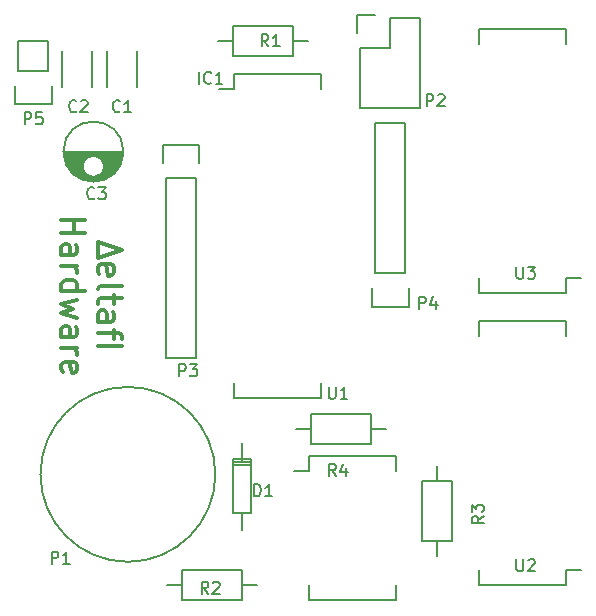
<source format=gto>
G04 #@! TF.FileFunction,Legend,Top*
%FSLAX46Y46*%
G04 Gerber Fmt 4.6, Leading zero omitted, Abs format (unit mm)*
G04 Created by KiCad (PCBNEW 4.0.1-stable) date Monday, January 11, 2016 'pmt' 06:27:43 pm*
%MOMM*%
G01*
G04 APERTURE LIST*
%ADD10C,0.100000*%
%ADD11C,0.300000*%
%ADD12C,0.150000*%
G04 APERTURE END LIST*
D10*
D11*
X34300238Y-51943571D02*
X36300238Y-52610238D01*
X34300238Y-53276905D01*
X34300238Y-51943571D01*
X34395476Y-54705476D02*
X34300238Y-54515000D01*
X34300238Y-54134048D01*
X34395476Y-53943571D01*
X34585952Y-53848333D01*
X35347857Y-53848333D01*
X35538333Y-53943571D01*
X35633571Y-54134048D01*
X35633571Y-54515000D01*
X35538333Y-54705476D01*
X35347857Y-54800714D01*
X35157381Y-54800714D01*
X34966905Y-53848333D01*
X34300238Y-55943572D02*
X34395476Y-55753096D01*
X34585952Y-55657857D01*
X36300238Y-55657857D01*
X35633571Y-56419762D02*
X35633571Y-57181667D01*
X36300238Y-56705476D02*
X34585952Y-56705476D01*
X34395476Y-56800715D01*
X34300238Y-56991191D01*
X34300238Y-57181667D01*
X34300238Y-58705476D02*
X35347857Y-58705476D01*
X35538333Y-58610238D01*
X35633571Y-58419762D01*
X35633571Y-58038810D01*
X35538333Y-57848333D01*
X34395476Y-58705476D02*
X34300238Y-58515000D01*
X34300238Y-58038810D01*
X34395476Y-57848333D01*
X34585952Y-57753095D01*
X34776429Y-57753095D01*
X34966905Y-57848333D01*
X35062143Y-58038810D01*
X35062143Y-58515000D01*
X35157381Y-58705476D01*
X35633571Y-59372143D02*
X35633571Y-60134048D01*
X34300238Y-59657857D02*
X36014524Y-59657857D01*
X36205000Y-59753096D01*
X36300238Y-59943572D01*
X36300238Y-60134048D01*
X34300238Y-60800714D02*
X36300238Y-60800714D01*
X31200238Y-50086428D02*
X33200238Y-50086428D01*
X32247857Y-50086428D02*
X32247857Y-51229286D01*
X31200238Y-51229286D02*
X33200238Y-51229286D01*
X31200238Y-53038809D02*
X32247857Y-53038809D01*
X32438333Y-52943571D01*
X32533571Y-52753095D01*
X32533571Y-52372143D01*
X32438333Y-52181666D01*
X31295476Y-53038809D02*
X31200238Y-52848333D01*
X31200238Y-52372143D01*
X31295476Y-52181666D01*
X31485952Y-52086428D01*
X31676429Y-52086428D01*
X31866905Y-52181666D01*
X31962143Y-52372143D01*
X31962143Y-52848333D01*
X32057381Y-53038809D01*
X31200238Y-53991190D02*
X32533571Y-53991190D01*
X32152619Y-53991190D02*
X32343095Y-54086429D01*
X32438333Y-54181667D01*
X32533571Y-54372143D01*
X32533571Y-54562619D01*
X31200238Y-56086428D02*
X33200238Y-56086428D01*
X31295476Y-56086428D02*
X31200238Y-55895952D01*
X31200238Y-55515000D01*
X31295476Y-55324524D01*
X31390714Y-55229285D01*
X31581190Y-55134047D01*
X32152619Y-55134047D01*
X32343095Y-55229285D01*
X32438333Y-55324524D01*
X32533571Y-55515000D01*
X32533571Y-55895952D01*
X32438333Y-56086428D01*
X32533571Y-56848333D02*
X31200238Y-57229286D01*
X32152619Y-57610238D01*
X31200238Y-57991190D01*
X32533571Y-58372143D01*
X31200238Y-59991190D02*
X32247857Y-59991190D01*
X32438333Y-59895952D01*
X32533571Y-59705476D01*
X32533571Y-59324524D01*
X32438333Y-59134047D01*
X31295476Y-59991190D02*
X31200238Y-59800714D01*
X31200238Y-59324524D01*
X31295476Y-59134047D01*
X31485952Y-59038809D01*
X31676429Y-59038809D01*
X31866905Y-59134047D01*
X31962143Y-59324524D01*
X31962143Y-59800714D01*
X32057381Y-59991190D01*
X31200238Y-60943571D02*
X32533571Y-60943571D01*
X32152619Y-60943571D02*
X32343095Y-61038810D01*
X32438333Y-61134048D01*
X32533571Y-61324524D01*
X32533571Y-61515000D01*
X31295476Y-62943571D02*
X31200238Y-62753095D01*
X31200238Y-62372143D01*
X31295476Y-62181666D01*
X31485952Y-62086428D01*
X32247857Y-62086428D01*
X32438333Y-62181666D01*
X32533571Y-62372143D01*
X32533571Y-62753095D01*
X32438333Y-62943571D01*
X32247857Y-63038809D01*
X32057381Y-63038809D01*
X31866905Y-62086428D01*
D12*
X37572000Y-35818000D02*
X37572000Y-38818000D01*
X35072000Y-38818000D02*
X35072000Y-35818000D01*
X33762000Y-35818000D02*
X33762000Y-38818000D01*
X31262000Y-38818000D02*
X31262000Y-35818000D01*
X46484540Y-74930520D02*
X46484540Y-76327520D01*
X46484540Y-70485520D02*
X46484540Y-68961520D01*
X47246540Y-70866520D02*
X45722540Y-70866520D01*
X47246540Y-70612520D02*
X45722540Y-70612520D01*
X46484540Y-70358520D02*
X45722540Y-70358520D01*
X45722540Y-70358520D02*
X45722540Y-74930520D01*
X45722540Y-74930520D02*
X47246540Y-74930520D01*
X47246540Y-74930520D02*
X47246540Y-70358520D01*
X47246540Y-70358520D02*
X46484540Y-70358520D01*
X45855000Y-37710000D02*
X45855000Y-38980000D01*
X53205000Y-37710000D02*
X53205000Y-38980000D01*
X53205000Y-65160000D02*
X53205000Y-63890000D01*
X45855000Y-65160000D02*
X45855000Y-63890000D01*
X45855000Y-37710000D02*
X53205000Y-37710000D01*
X45855000Y-65160000D02*
X53205000Y-65160000D01*
X45855000Y-38980000D02*
X44570000Y-38980000D01*
X44235309Y-71628000D02*
G75*
G03X44235309Y-71628000I-7405309J0D01*
G01*
X56515000Y-35560000D02*
X56515000Y-40640000D01*
X56235000Y-32740000D02*
X57785000Y-32740000D01*
X59055000Y-33020000D02*
X59055000Y-35560000D01*
X59055000Y-35560000D02*
X56515000Y-35560000D01*
X56515000Y-40640000D02*
X61595000Y-40640000D01*
X61595000Y-40640000D02*
X61595000Y-35560000D01*
X56235000Y-32740000D02*
X56235000Y-34290000D01*
X61595000Y-33020000D02*
X59055000Y-33020000D01*
X61595000Y-35560000D02*
X61595000Y-33020000D01*
X42608500Y-46545500D02*
X42608500Y-61785500D01*
X42608500Y-61785500D02*
X40068500Y-61785500D01*
X40068500Y-61785500D02*
X40068500Y-46545500D01*
X42888500Y-43725500D02*
X42888500Y-45275500D01*
X42608500Y-46545500D02*
X40068500Y-46545500D01*
X39788500Y-45275500D02*
X39788500Y-43725500D01*
X39788500Y-43725500D02*
X42888500Y-43725500D01*
X57785000Y-54610000D02*
X57785000Y-41910000D01*
X57785000Y-41910000D02*
X60325000Y-41910000D01*
X60325000Y-41910000D02*
X60325000Y-54610000D01*
X57505000Y-57430000D02*
X57505000Y-55880000D01*
X57785000Y-54610000D02*
X60325000Y-54610000D01*
X60605000Y-55880000D02*
X60605000Y-57430000D01*
X60605000Y-57430000D02*
X57505000Y-57430000D01*
X27559000Y-37465000D02*
X27559000Y-34925000D01*
X27279000Y-40285000D02*
X27279000Y-38735000D01*
X27559000Y-37465000D02*
X30099000Y-37465000D01*
X30379000Y-38735000D02*
X30379000Y-40285000D01*
X30379000Y-40285000D02*
X27279000Y-40285000D01*
X30099000Y-37465000D02*
X30099000Y-34925000D01*
X30099000Y-34925000D02*
X27559000Y-34925000D01*
X50800000Y-36195000D02*
X45720000Y-36195000D01*
X45720000Y-36195000D02*
X45720000Y-33655000D01*
X45720000Y-33655000D02*
X50800000Y-33655000D01*
X50800000Y-33655000D02*
X50800000Y-36195000D01*
X50800000Y-34925000D02*
X52070000Y-34925000D01*
X45720000Y-34925000D02*
X44450000Y-34925000D01*
X46482000Y-82296000D02*
X41402000Y-82296000D01*
X41402000Y-82296000D02*
X41402000Y-79756000D01*
X41402000Y-79756000D02*
X46482000Y-79756000D01*
X46482000Y-79756000D02*
X46482000Y-82296000D01*
X46482000Y-81026000D02*
X47752000Y-81026000D01*
X41402000Y-81026000D02*
X40132000Y-81026000D01*
X64262000Y-72199500D02*
X64262000Y-77279500D01*
X64262000Y-77279500D02*
X61722000Y-77279500D01*
X61722000Y-77279500D02*
X61722000Y-72199500D01*
X61722000Y-72199500D02*
X64262000Y-72199500D01*
X62992000Y-72199500D02*
X62992000Y-70929500D01*
X62992000Y-77279500D02*
X62992000Y-78549500D01*
X57404000Y-69088000D02*
X52324000Y-69088000D01*
X52324000Y-69088000D02*
X52324000Y-66548000D01*
X52324000Y-66548000D02*
X57404000Y-66548000D01*
X57404000Y-66548000D02*
X57404000Y-69088000D01*
X57404000Y-67818000D02*
X58674000Y-67818000D01*
X52324000Y-67818000D02*
X51054000Y-67818000D01*
X52205000Y-70095000D02*
X52205000Y-71365000D01*
X59555000Y-70095000D02*
X59555000Y-71365000D01*
X59555000Y-82305000D02*
X59555000Y-81035000D01*
X52205000Y-82305000D02*
X52205000Y-81035000D01*
X52205000Y-70095000D02*
X59555000Y-70095000D01*
X52205000Y-82305000D02*
X59555000Y-82305000D01*
X52205000Y-71365000D02*
X50920000Y-71365000D01*
X73906000Y-81035000D02*
X73906000Y-79765000D01*
X66556000Y-81035000D02*
X66556000Y-79765000D01*
X66556000Y-58665000D02*
X66556000Y-59935000D01*
X73906000Y-58665000D02*
X73906000Y-59935000D01*
X73906000Y-81035000D02*
X66556000Y-81035000D01*
X73906000Y-58665000D02*
X66556000Y-58665000D01*
X73906000Y-79765000D02*
X75191000Y-79765000D01*
X73906000Y-56270000D02*
X73906000Y-55000000D01*
X66556000Y-56270000D02*
X66556000Y-55000000D01*
X66556000Y-33900000D02*
X66556000Y-35170000D01*
X73906000Y-33900000D02*
X73906000Y-35170000D01*
X73906000Y-56270000D02*
X66556000Y-56270000D01*
X73906000Y-33900000D02*
X66556000Y-33900000D01*
X73906000Y-55000000D02*
X75191000Y-55000000D01*
X36408000Y-44378000D02*
X31410000Y-44378000D01*
X36400000Y-44518000D02*
X31418000Y-44518000D01*
X36384000Y-44658000D02*
X34004000Y-44658000D01*
X33814000Y-44658000D02*
X31434000Y-44658000D01*
X36360000Y-44798000D02*
X34399000Y-44798000D01*
X33419000Y-44798000D02*
X31458000Y-44798000D01*
X36327000Y-44938000D02*
X34566000Y-44938000D01*
X33252000Y-44938000D02*
X31491000Y-44938000D01*
X36286000Y-45078000D02*
X34673000Y-45078000D01*
X33145000Y-45078000D02*
X31532000Y-45078000D01*
X36236000Y-45218000D02*
X34744000Y-45218000D01*
X33074000Y-45218000D02*
X31582000Y-45218000D01*
X36175000Y-45358000D02*
X34788000Y-45358000D01*
X33030000Y-45358000D02*
X31643000Y-45358000D01*
X36105000Y-45498000D02*
X34807000Y-45498000D01*
X33011000Y-45498000D02*
X31713000Y-45498000D01*
X36023000Y-45638000D02*
X34805000Y-45638000D01*
X33013000Y-45638000D02*
X31795000Y-45638000D01*
X35928000Y-45778000D02*
X34780000Y-45778000D01*
X33038000Y-45778000D02*
X31890000Y-45778000D01*
X35817000Y-45918000D02*
X34732000Y-45918000D01*
X33086000Y-45918000D02*
X32001000Y-45918000D01*
X35689000Y-46058000D02*
X34654000Y-46058000D01*
X33164000Y-46058000D02*
X32129000Y-46058000D01*
X35540000Y-46198000D02*
X34537000Y-46198000D01*
X33281000Y-46198000D02*
X32278000Y-46198000D01*
X35361000Y-46338000D02*
X34349000Y-46338000D01*
X33469000Y-46338000D02*
X32457000Y-46338000D01*
X35142000Y-46478000D02*
X32676000Y-46478000D01*
X34853000Y-46618000D02*
X32965000Y-46618000D01*
X34381000Y-46758000D02*
X33437000Y-46758000D01*
X34809000Y-45553000D02*
G75*
G03X34809000Y-45553000I-900000J0D01*
G01*
X36446500Y-44303000D02*
G75*
G03X36446500Y-44303000I-2537500J0D01*
G01*
X36155334Y-40870143D02*
X36107715Y-40917762D01*
X35964858Y-40965381D01*
X35869620Y-40965381D01*
X35726762Y-40917762D01*
X35631524Y-40822524D01*
X35583905Y-40727286D01*
X35536286Y-40536810D01*
X35536286Y-40393952D01*
X35583905Y-40203476D01*
X35631524Y-40108238D01*
X35726762Y-40013000D01*
X35869620Y-39965381D01*
X35964858Y-39965381D01*
X36107715Y-40013000D01*
X36155334Y-40060619D01*
X37107715Y-40965381D02*
X36536286Y-40965381D01*
X36822000Y-40965381D02*
X36822000Y-39965381D01*
X36726762Y-40108238D01*
X36631524Y-40203476D01*
X36536286Y-40251095D01*
X32472334Y-40870143D02*
X32424715Y-40917762D01*
X32281858Y-40965381D01*
X32186620Y-40965381D01*
X32043762Y-40917762D01*
X31948524Y-40822524D01*
X31900905Y-40727286D01*
X31853286Y-40536810D01*
X31853286Y-40393952D01*
X31900905Y-40203476D01*
X31948524Y-40108238D01*
X32043762Y-40013000D01*
X32186620Y-39965381D01*
X32281858Y-39965381D01*
X32424715Y-40013000D01*
X32472334Y-40060619D01*
X32853286Y-40060619D02*
X32900905Y-40013000D01*
X32996143Y-39965381D01*
X33234239Y-39965381D01*
X33329477Y-40013000D01*
X33377096Y-40060619D01*
X33424715Y-40155857D01*
X33424715Y-40251095D01*
X33377096Y-40393952D01*
X32805667Y-40965381D01*
X33424715Y-40965381D01*
X47521905Y-73477381D02*
X47521905Y-72477381D01*
X47760000Y-72477381D01*
X47902858Y-72525000D01*
X47998096Y-72620238D01*
X48045715Y-72715476D01*
X48093334Y-72905952D01*
X48093334Y-73048810D01*
X48045715Y-73239286D01*
X47998096Y-73334524D01*
X47902858Y-73429762D01*
X47760000Y-73477381D01*
X47521905Y-73477381D01*
X49045715Y-73477381D02*
X48474286Y-73477381D01*
X48760000Y-73477381D02*
X48760000Y-72477381D01*
X48664762Y-72620238D01*
X48569524Y-72715476D01*
X48474286Y-72763095D01*
X42838810Y-38552381D02*
X42838810Y-37552381D01*
X43886429Y-38457143D02*
X43838810Y-38504762D01*
X43695953Y-38552381D01*
X43600715Y-38552381D01*
X43457857Y-38504762D01*
X43362619Y-38409524D01*
X43315000Y-38314286D01*
X43267381Y-38123810D01*
X43267381Y-37980952D01*
X43315000Y-37790476D01*
X43362619Y-37695238D01*
X43457857Y-37600000D01*
X43600715Y-37552381D01*
X43695953Y-37552381D01*
X43838810Y-37600000D01*
X43886429Y-37647619D01*
X44838810Y-38552381D02*
X44267381Y-38552381D01*
X44553095Y-38552381D02*
X44553095Y-37552381D01*
X44457857Y-37695238D01*
X44362619Y-37790476D01*
X44267381Y-37838095D01*
X30376905Y-79192381D02*
X30376905Y-78192381D01*
X30757858Y-78192381D01*
X30853096Y-78240000D01*
X30900715Y-78287619D01*
X30948334Y-78382857D01*
X30948334Y-78525714D01*
X30900715Y-78620952D01*
X30853096Y-78668571D01*
X30757858Y-78716190D01*
X30376905Y-78716190D01*
X31900715Y-79192381D02*
X31329286Y-79192381D01*
X31615000Y-79192381D02*
X31615000Y-78192381D01*
X31519762Y-78335238D01*
X31424524Y-78430476D01*
X31329286Y-78478095D01*
X62126905Y-40457381D02*
X62126905Y-39457381D01*
X62507858Y-39457381D01*
X62603096Y-39505000D01*
X62650715Y-39552619D01*
X62698334Y-39647857D01*
X62698334Y-39790714D01*
X62650715Y-39885952D01*
X62603096Y-39933571D01*
X62507858Y-39981190D01*
X62126905Y-39981190D01*
X63079286Y-39552619D02*
X63126905Y-39505000D01*
X63222143Y-39457381D01*
X63460239Y-39457381D01*
X63555477Y-39505000D01*
X63603096Y-39552619D01*
X63650715Y-39647857D01*
X63650715Y-39743095D01*
X63603096Y-39885952D01*
X63031667Y-40457381D01*
X63650715Y-40457381D01*
X41171905Y-63317381D02*
X41171905Y-62317381D01*
X41552858Y-62317381D01*
X41648096Y-62365000D01*
X41695715Y-62412619D01*
X41743334Y-62507857D01*
X41743334Y-62650714D01*
X41695715Y-62745952D01*
X41648096Y-62793571D01*
X41552858Y-62841190D01*
X41171905Y-62841190D01*
X42076667Y-62317381D02*
X42695715Y-62317381D01*
X42362381Y-62698333D01*
X42505239Y-62698333D01*
X42600477Y-62745952D01*
X42648096Y-62793571D01*
X42695715Y-62888810D01*
X42695715Y-63126905D01*
X42648096Y-63222143D01*
X42600477Y-63269762D01*
X42505239Y-63317381D01*
X42219524Y-63317381D01*
X42124286Y-63269762D01*
X42076667Y-63222143D01*
X61491905Y-57602381D02*
X61491905Y-56602381D01*
X61872858Y-56602381D01*
X61968096Y-56650000D01*
X62015715Y-56697619D01*
X62063334Y-56792857D01*
X62063334Y-56935714D01*
X62015715Y-57030952D01*
X61968096Y-57078571D01*
X61872858Y-57126190D01*
X61491905Y-57126190D01*
X62920477Y-56935714D02*
X62920477Y-57602381D01*
X62682381Y-56554762D02*
X62444286Y-57269048D01*
X63063334Y-57269048D01*
X28090905Y-41981381D02*
X28090905Y-40981381D01*
X28471858Y-40981381D01*
X28567096Y-41029000D01*
X28614715Y-41076619D01*
X28662334Y-41171857D01*
X28662334Y-41314714D01*
X28614715Y-41409952D01*
X28567096Y-41457571D01*
X28471858Y-41505190D01*
X28090905Y-41505190D01*
X29567096Y-40981381D02*
X29090905Y-40981381D01*
X29043286Y-41457571D01*
X29090905Y-41409952D01*
X29186143Y-41362333D01*
X29424239Y-41362333D01*
X29519477Y-41409952D01*
X29567096Y-41457571D01*
X29614715Y-41552810D01*
X29614715Y-41790905D01*
X29567096Y-41886143D01*
X29519477Y-41933762D01*
X29424239Y-41981381D01*
X29186143Y-41981381D01*
X29090905Y-41933762D01*
X29043286Y-41886143D01*
X48728334Y-35377381D02*
X48395000Y-34901190D01*
X48156905Y-35377381D02*
X48156905Y-34377381D01*
X48537858Y-34377381D01*
X48633096Y-34425000D01*
X48680715Y-34472619D01*
X48728334Y-34567857D01*
X48728334Y-34710714D01*
X48680715Y-34805952D01*
X48633096Y-34853571D01*
X48537858Y-34901190D01*
X48156905Y-34901190D01*
X49680715Y-35377381D02*
X49109286Y-35377381D01*
X49395000Y-35377381D02*
X49395000Y-34377381D01*
X49299762Y-34520238D01*
X49204524Y-34615476D01*
X49109286Y-34663095D01*
X43648334Y-81732381D02*
X43315000Y-81256190D01*
X43076905Y-81732381D02*
X43076905Y-80732381D01*
X43457858Y-80732381D01*
X43553096Y-80780000D01*
X43600715Y-80827619D01*
X43648334Y-80922857D01*
X43648334Y-81065714D01*
X43600715Y-81160952D01*
X43553096Y-81208571D01*
X43457858Y-81256190D01*
X43076905Y-81256190D01*
X44029286Y-80827619D02*
X44076905Y-80780000D01*
X44172143Y-80732381D01*
X44410239Y-80732381D01*
X44505477Y-80780000D01*
X44553096Y-80827619D01*
X44600715Y-80922857D01*
X44600715Y-81018095D01*
X44553096Y-81160952D01*
X43981667Y-81732381D01*
X44600715Y-81732381D01*
X66944501Y-75155086D02*
X66468310Y-75488420D01*
X66944501Y-75726515D02*
X65944501Y-75726515D01*
X65944501Y-75345562D01*
X65992120Y-75250324D01*
X66039739Y-75202705D01*
X66134977Y-75155086D01*
X66277834Y-75155086D01*
X66373072Y-75202705D01*
X66420691Y-75250324D01*
X66468310Y-75345562D01*
X66468310Y-75726515D01*
X65944501Y-74821753D02*
X65944501Y-74202705D01*
X66325453Y-74536039D01*
X66325453Y-74393181D01*
X66373072Y-74297943D01*
X66420691Y-74250324D01*
X66515930Y-74202705D01*
X66754025Y-74202705D01*
X66849263Y-74250324D01*
X66896882Y-74297943D01*
X66944501Y-74393181D01*
X66944501Y-74678896D01*
X66896882Y-74774134D01*
X66849263Y-74821753D01*
X54448414Y-71770501D02*
X54115080Y-71294310D01*
X53876985Y-71770501D02*
X53876985Y-70770501D01*
X54257938Y-70770501D01*
X54353176Y-70818120D01*
X54400795Y-70865739D01*
X54448414Y-70960977D01*
X54448414Y-71103834D01*
X54400795Y-71199072D01*
X54353176Y-71246691D01*
X54257938Y-71294310D01*
X53876985Y-71294310D01*
X55305557Y-71103834D02*
X55305557Y-71770501D01*
X55067461Y-70722882D02*
X54829366Y-71437168D01*
X55448414Y-71437168D01*
X53848095Y-64222381D02*
X53848095Y-65031905D01*
X53895714Y-65127143D01*
X53943333Y-65174762D01*
X54038571Y-65222381D01*
X54229048Y-65222381D01*
X54324286Y-65174762D01*
X54371905Y-65127143D01*
X54419524Y-65031905D01*
X54419524Y-64222381D01*
X55419524Y-65222381D02*
X54848095Y-65222381D01*
X55133809Y-65222381D02*
X55133809Y-64222381D01*
X55038571Y-64365238D01*
X54943333Y-64460476D01*
X54848095Y-64508095D01*
X69723095Y-78827381D02*
X69723095Y-79636905D01*
X69770714Y-79732143D01*
X69818333Y-79779762D01*
X69913571Y-79827381D01*
X70104048Y-79827381D01*
X70199286Y-79779762D01*
X70246905Y-79732143D01*
X70294524Y-79636905D01*
X70294524Y-78827381D01*
X70723095Y-78922619D02*
X70770714Y-78875000D01*
X70865952Y-78827381D01*
X71104048Y-78827381D01*
X71199286Y-78875000D01*
X71246905Y-78922619D01*
X71294524Y-79017857D01*
X71294524Y-79113095D01*
X71246905Y-79255952D01*
X70675476Y-79827381D01*
X71294524Y-79827381D01*
X69723095Y-54062381D02*
X69723095Y-54871905D01*
X69770714Y-54967143D01*
X69818333Y-55014762D01*
X69913571Y-55062381D01*
X70104048Y-55062381D01*
X70199286Y-55014762D01*
X70246905Y-54967143D01*
X70294524Y-54871905D01*
X70294524Y-54062381D01*
X70675476Y-54062381D02*
X71294524Y-54062381D01*
X70961190Y-54443333D01*
X71104048Y-54443333D01*
X71199286Y-54490952D01*
X71246905Y-54538571D01*
X71294524Y-54633810D01*
X71294524Y-54871905D01*
X71246905Y-54967143D01*
X71199286Y-55014762D01*
X71104048Y-55062381D01*
X70818333Y-55062381D01*
X70723095Y-55014762D01*
X70675476Y-54967143D01*
X33996334Y-48236143D02*
X33948715Y-48283762D01*
X33805858Y-48331381D01*
X33710620Y-48331381D01*
X33567762Y-48283762D01*
X33472524Y-48188524D01*
X33424905Y-48093286D01*
X33377286Y-47902810D01*
X33377286Y-47759952D01*
X33424905Y-47569476D01*
X33472524Y-47474238D01*
X33567762Y-47379000D01*
X33710620Y-47331381D01*
X33805858Y-47331381D01*
X33948715Y-47379000D01*
X33996334Y-47426619D01*
X34329667Y-47331381D02*
X34948715Y-47331381D01*
X34615381Y-47712333D01*
X34758239Y-47712333D01*
X34853477Y-47759952D01*
X34901096Y-47807571D01*
X34948715Y-47902810D01*
X34948715Y-48140905D01*
X34901096Y-48236143D01*
X34853477Y-48283762D01*
X34758239Y-48331381D01*
X34472524Y-48331381D01*
X34377286Y-48283762D01*
X34329667Y-48236143D01*
M02*

</source>
